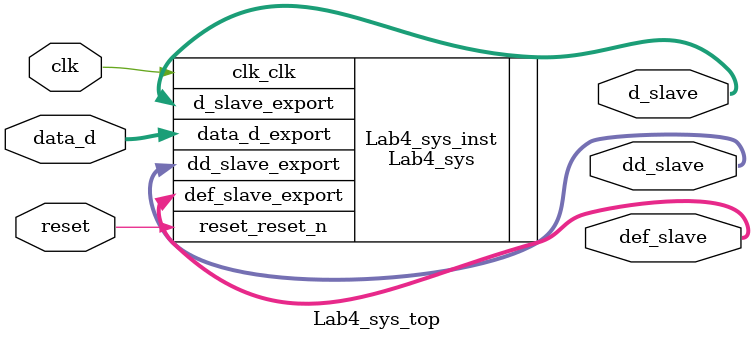
<source format=sv>
`timescale 1 ns / 1 ns
module Lab4_sys_top (
	input bit clk,
	input bit reset,
	input bit [7:0] data_d,
	output bit [7:0] dd_slave,
	output bit [7:0] d_slave,
	output bit [7:0] def_slave
);
Lab4_sys Lab4_sys_inst (
		.clk_clk          (clk),          
		.reset_reset_n    (reset),    
		.def_slave_export (def_slave), 
		.dd_slave_export  (dd_slave),  
		.d_slave_export   (d_slave),   
		.data_d_export    (data_d)     
);
endmodule


</source>
